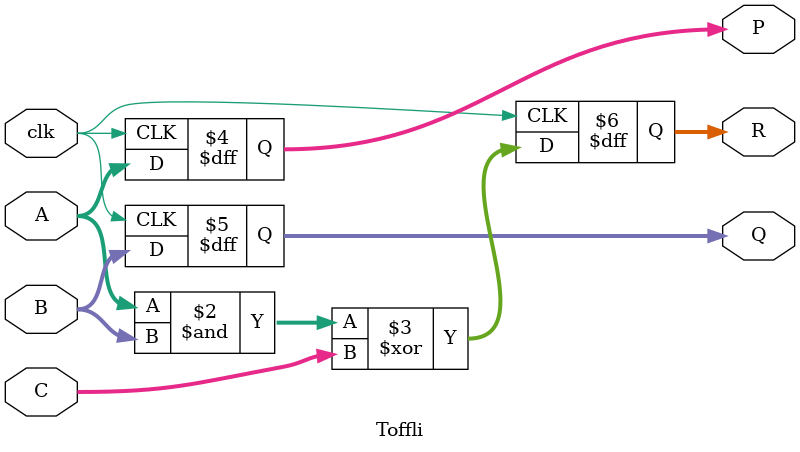
<source format=v>
module Toffli (
    input clk,
    input [31:0] A,
    input [31:0] B,
    input [31:0] C,
    output reg [31:0] P,
    output reg [31:0] Q,
    output reg [31:0] R
);

always @ (posedge clk) begin
    P <= A;
    Q <= B;
    R <= (A & B) ^ C;
end

endmodule

</source>
